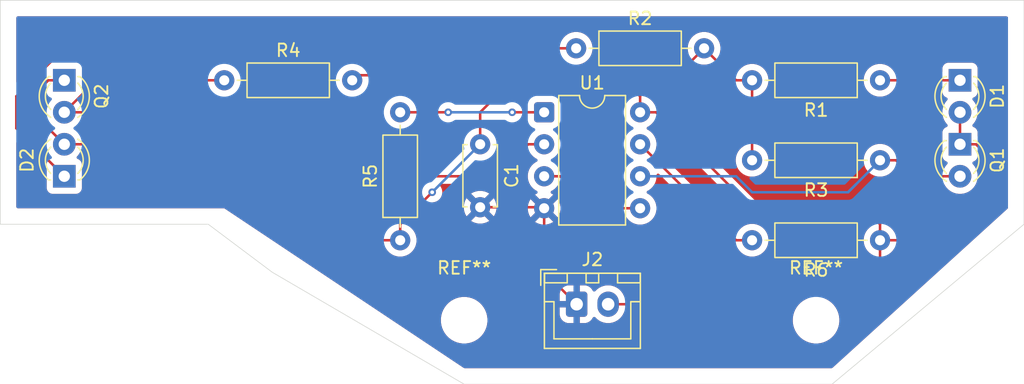
<source format=kicad_pcb>
(kicad_pcb (version 20241229) (generator "pcbnew") (generator_version "9.0")
  (layers (0 "F.Cu" signal) (2 "B.Cu" signal) (13 "F.Paste" user) (15 "B.Paste" user) (5 "F.SilkS" user "F.Silkscreen") (7 "B.SilkS" user "B.Silkscreen") (1 "F.Mask" user) (3 "B.Mask" user) (25 "Edge.Cuts" user))
  (net 0 "")
  (net 1 "VCC")
  (net 2 "GND")
  (net 3 "Net-(D1-K)")
  (net 4 "Net-(D2-K)")
  (net 5 "Net-(Q1-E)")
  (net 6 "Net-(Q2-E)")
  (net 7 "Net-(R1-Pad2)")
  (net 8 "Net-(J2-Pin_5)")
  (net 9 "Net-(J2-Pin_4)")
  (net 10 "Net-(J2-Pin_3)")
  (footprint "Resistor_THT:R_Axial_DIN0207_L6.3mm_D2.5mm_P10.16mm_Horizontal" (layer "F.Cu") (at 139.7 60.96 90)
    (property "Reference" "R5" (at 5.08 -2.37 90) (layer "F.SilkS"))
    (property "Value" "R")
    (fp_line (start 9.12 0) (end 8.35 0) (stroke (width 0.12)) (layer "F.SilkS"))
    (fp_line (start 1.04 0) (end 1.81 0) (stroke (width 0.12)) (layer "F.SilkS"))
    (fp_rect (start 1.81 -1.37) (end 8.35 1.37) (stroke (width 0.12)) (fill no) (layer "F.SilkS"))
    (pad "1" thru_hole circle (at 0 0 90) (size 1.6 1.6) (drill 0.8) (layers "*.Cu" "*.Mask") (net 1 "VCC"))
    (pad "2" thru_hole circle (at 10.16 0 90) (size 1.6 1.6) (drill 0.8) (layers "*.Cu" "*.Mask") (net 8 "Net-(J2-Pin_5)"))
  )
  (footprint "Connector_JST:JST_XH_B2B-XH-A_1x02_P2.50mm_Vertical" (layer "F.Cu") (at 153.71 66.04)
    (property "Reference" "J2" (at 1.25 -3.55 0) (layer "F.SilkS"))
    (property "Value" "Conn_01x05_Socket")
    (fp_line (start -2.85 -2.75) (end -2.85 -1.5) (stroke (width 0.12)) (layer "F.SilkS"))
    (fp_line (start -2.56 -2.46) (end -2.56 3.51) (stroke (width 0.12)) (layer "F.SilkS"))
    (fp_line (start -2.56 3.51) (end 5.06 3.51) (stroke (width 0.12)) (layer "F.SilkS"))
    (fp_line (start -2.55 -2.45) (end -2.55 -1.7) (stroke (width 0.12)) (layer "F.SilkS"))
    (fp_line (start -2.55 -1.7) (end -0.75 -1.7) (stroke (width 0.12)) (layer "F.SilkS"))
    (fp_line (start -2.55 -0.2) (end -1.8 -0.2) (stroke (width 0.12)) (layer "F.SilkS"))
    (fp_line (start -1.8 -0.2) (end -1.8 2.75) (stroke (width 0.12)) (layer "F.SilkS"))
    (fp_line (start -1.8 2.75) (end 1.25 2.75) (stroke (width 0.12)) (layer "F.SilkS"))
    (fp_line (start -1.6 -2.75) (end -2.85 -2.75) (stroke (width 0.12)) (layer "F.SilkS"))
    (fp_line (start -0.75 -2.45) (end -2.55 -2.45) (stroke (width 0.12)) (layer "F.SilkS"))
    (fp_line (start -0.75 -1.7) (end -0.75 -2.45) (stroke (width 0.12)) (layer "F.SilkS"))
    (fp_line (start 0.75 -2.45) (end 0.75 -1.7) (stroke (width 0.12)) (layer "F.SilkS"))
    (fp_line (start 0.75 -1.7) (end 1.75 -1.7) (stroke (width 0.12)) (layer "F.SilkS"))
    (fp_line (start 1.75 -2.45) (end 0.75 -2.45) (stroke (width 0.12)) (layer "F.SilkS"))
    (fp_line (start 1.75 -1.7) (end 1.75 -2.45) (stroke (width 0.12)) (layer "F.SilkS"))
    (fp_line (start 3.25 -2.45) (end 3.25 -1.7) (stroke (width 0.12)) (layer "F.SilkS"))
    (fp_line (start 3.25 -1.7) (end 5.05 -1.7) (stroke (width 0.12)) (layer "F.SilkS"))
    (fp_line (start 4.3 -0.2) (end 4.3 2.75) (stroke (width 0.12)) (layer "F.SilkS"))
    (fp_line (start 4.3 2.75) (end 1.25 2.75) (stroke (width 0.12)) (layer "F.SilkS"))
    (fp_line (start 5.05 -2.45) (end 3.25 -2.45) (stroke (width 0.12)) (layer "F.SilkS"))
    (fp_line (start 5.05 -1.7) (end 5.05 -2.45) (stroke (width 0.12)) (layer "F.SilkS"))
    (fp_line (start 5.05 -0.2) (end 4.3 -0.2) (stroke (width 0.12)) (layer "F.SilkS"))
    (fp_line (start 5.06 -2.46) (end -2.56 -2.46) (stroke (width 0.12)) (layer "F.SilkS"))
    (fp_line (start 5.06 3.51) (end 5.06 -2.46) (stroke (width 0.12)) (layer "F.SilkS"))
    (pad "1" thru_hole roundrect (at 0 0) (size 1.7 2) (drill 1) (layers "*.Cu" "*.Mask") (roundrect_rratio 0.147059) (net 2 "GND"))
    (pad "2" thru_hole oval (at 2.5 0) (size 1.7 2) (drill 1) (layers "*.Cu" "*.Mask") (net 1 "VCC"))
  )
  (footprint "LED_THT:LED_D3.0mm" (layer "F.Cu") (at 184.15 48.26 -90)
    (property "Reference" "D1" (at 1.27 -2.96 90) (layer "F.SilkS"))
    (property "Value" "LED")
    (fp_line (start -0.29 1.08) (end -0.29 1.236) (stroke (width 0.12)) (layer "F.SilkS"))
    (fp_line (start -0.29 -1.236) (end -0.29 -1.08) (stroke (width 0.12)) (layer "F.SilkS"))
    (fp_arc (start 2.310961 1.08) (mid 1.27 1.5) (end 0.229039 1.08) (stroke (width 0.12)) (layer "F.SilkS"))
    (fp_arc (start 2.941437 1.08) (mid 1.36566 1.987699) (end -0.29 1.235516) (stroke (width 0.12)) (layer "F.SilkS"))
    (fp_arc (start 0.229039 -1.08) (mid 1.27 -1.5) (end 2.310961 -1.08) (stroke (width 0.12)) (layer "F.SilkS"))
    (fp_arc (start -0.29 -1.235516) (mid 1.36566 -1.987699) (end 2.941437 -1.08) (stroke (width 0.12)) (layer "F.SilkS"))
    (pad "1" thru_hole rect (at 0 0 270) (size 1.8 1.8) (drill 0.9) (layers "*.Cu" "*.Mask") (net 3 "Net-(D1-K)"))
    (pad "2" thru_hole circle (at 2.54 0 270) (size 1.8 1.8) (drill 0.9) (layers "*.Cu" "*.Mask") (net 1 "VCC"))
  )
  (footprint "MountingHole:MountingHole_3.2mm_M3" (layer "F.Cu") (at 144.78 67.31)
    (property "Reference" "REF**" (at 0 -4.15 0) (layer "F.SilkS"))
    (property "Value" "MountingHole_3.2mm_M3")
    (pad "" np_thru_hole circle (at 0 0) (size 3.2 3.2) (drill 3.2) (layers "*.Cu" "*.Mask"))
  )
  (footprint "Resistor_THT:R_Axial_DIN0207_L6.3mm_D2.5mm_P10.16mm_Horizontal" (layer "F.Cu") (at 177.8 48.26 180)
    (property "Reference" "R1" (at 5.08 -2.37 0) (layer "F.SilkS"))
    (property "Value" "R")
    (fp_line (start 9.12 0) (end 8.35 0) (stroke (width 0.12)) (layer "F.SilkS"))
    (fp_line (start 1.04 0) (end 1.81 0) (stroke (width 0.12)) (layer "F.SilkS"))
    (fp_rect (start 1.81 -1.37) (end 8.35 1.37) (stroke (width 0.12)) (fill no) (layer "F.SilkS"))
    (pad "1" thru_hole circle (at 0 0 180) (size 1.6 1.6) (drill 0.8) (layers "*.Cu" "*.Mask") (net 3 "Net-(D1-K)"))
    (pad "2" thru_hole circle (at 10.16 0 180) (size 1.6 1.6) (drill 0.8) (layers "*.Cu" "*.Mask") (net 7 "Net-(R1-Pad2)"))
  )
  (footprint "Resistor_THT:R_Axial_DIN0207_L6.3mm_D2.5mm_P10.16mm_Horizontal" (layer "F.Cu") (at 177.8 60.96 180)
    (property "Reference" "R6" (at 5.08 -2.37 0) (layer "F.SilkS"))
    (property "Value" "R")
    (fp_line (start 9.12 0) (end 8.35 0) (stroke (width 0.12)) (layer "F.SilkS"))
    (fp_line (start 1.04 0) (end 1.81 0) (stroke (width 0.12)) (layer "F.SilkS"))
    (fp_rect (start 1.81 -1.37) (end 8.35 1.37) (stroke (width 0.12)) (fill no) (layer "F.SilkS"))
    (pad "1" thru_hole circle (at 0 0 180) (size 1.6 1.6) (drill 0.8) (layers "*.Cu" "*.Mask") (net 1 "VCC"))
    (pad "2" thru_hole circle (at 10.16 0 180) (size 1.6 1.6) (drill 0.8) (layers "*.Cu" "*.Mask") (net 9 "Net-(J2-Pin_4)"))
  )
  (footprint "LED_THT:LED_D3.0mm" (layer "F.Cu") (at 113.03 55.88 90)
    (property "Reference" "D2" (at 1.27 -2.96 90) (layer "F.SilkS"))
    (property "Value" "LED")
    (fp_line (start -0.29 -1.236) (end -0.29 -1.08) (stroke (width 0.12)) (layer "F.SilkS"))
    (fp_line (start -0.29 1.08) (end -0.29 1.236) (stroke (width 0.12)) (layer "F.SilkS"))
    (fp_arc (start -0.29 -1.235516) (mid 1.36566 -1.987699) (end 2.941437 -1.08) (stroke (width 0.12)) (layer "F.SilkS"))
    (fp_arc (start 0.229039 -1.08) (mid 1.27 -1.5) (end 2.310961 -1.08) (stroke (width 0.12)) (layer "F.SilkS"))
    (fp_arc (start 2.941437 1.08) (mid 1.36566 1.987699) (end -0.29 1.235516) (stroke (width 0.12)) (layer "F.SilkS"))
    (fp_arc (start 2.310961 1.08) (mid 1.27 1.5) (end 0.229039 1.08) (stroke (width 0.12)) (layer "F.SilkS"))
    (pad "1" thru_hole rect (at 0 0 90) (size 1.8 1.8) (drill 0.9) (layers "*.Cu" "*.Mask") (net 4 "Net-(D2-K)"))
    (pad "2" thru_hole circle (at 2.54 0 90) (size 1.8 1.8) (drill 0.9) (layers "*.Cu" "*.Mask") (net 1 "VCC"))
  )
  (footprint "Resistor_THT:R_Axial_DIN0207_L6.3mm_D2.5mm_P10.16mm_Horizontal" (layer "F.Cu") (at 125.73 48.26)
    (property "Reference" "R4" (at 5.08 -2.37 0) (layer "F.SilkS"))
    (property "Value" "R")
    (fp_line (start 1.04 0) (end 1.81 0) (stroke (width 0.12)) (layer "F.SilkS"))
    (fp_line (start 9.12 0) (end 8.35 0) (stroke (width 0.12)) (layer "F.SilkS"))
    (fp_rect (start 1.81 -1.37) (end 8.35 1.37) (stroke (width 0.12)) (fill no) (layer "F.SilkS"))
    (pad "1" thru_hole circle (at 0 0) (size 1.6 1.6) (drill 0.8) (layers "*.Cu" "*.Mask") (net 6 "Net-(Q2-E)"))
    (pad "2" thru_hole circle (at 10.16 0) (size 1.6 1.6) (drill 0.8) (layers "*.Cu" "*.Mask") (net 7 "Net-(R1-Pad2)"))
  )
  (footprint "Capacitor_THT:C_Disc_D4.7mm_W2.5mm_P5.00mm" (layer "F.Cu") (at 146.05 53.34 -90)
    (property "Reference" "C1" (at 2.5 -2.5 90) (layer "F.SilkS"))
    (property "Value" "C")
    (fp_line (start 0.03 1.37) (end 0.03 1.04) (stroke (width 0.12)) (layer "F.SilkS"))
    (fp_line (start 4.97 1.37) (end 0.03 1.37) (stroke (width 0.12)) (layer "F.SilkS"))
    (fp_line (start 4.97 1.04) (end 4.97 1.37) (stroke (width 0.12)) (layer "F.SilkS"))
    (fp_line (start 0.03 -1.04) (end 0.03 -1.37) (stroke (width 0.12)) (layer "F.SilkS"))
    (fp_line (start 0.03 -1.37) (end 4.97 -1.37) (stroke (width 0.12)) (layer "F.SilkS"))
    (fp_line (start 4.97 -1.37) (end 4.97 -1.04) (stroke (width 0.12)) (layer "F.SilkS"))
    (pad "1" thru_hole circle (at 0 0 270) (size 1.6 1.6) (drill 0.8) (layers "*.Cu" "*.Mask") (net 1 "VCC"))
    (pad "2" thru_hole circle (at 5 0 270) (size 1.6 1.6) (drill 0.8) (layers "*.Cu" "*.Mask") (net 2 "GND"))
  )
  (footprint "Resistor_THT:R_Axial_DIN0207_L6.3mm_D2.5mm_P10.16mm_Horizontal" (layer "F.Cu") (at 177.8 54.61 180)
    (property "Reference" "R3" (at 5.08 -2.37 0) (layer "F.SilkS"))
    (property "Value" "R")
    (fp_line (start 9.12 0) (end 8.35 0) (stroke (width 0.12)) (layer "F.SilkS"))
    (fp_line (start 1.04 0) (end 1.81 0) (stroke (width 0.12)) (layer "F.SilkS"))
    (fp_rect (start 1.81 -1.37) (end 8.35 1.37) (stroke (width 0.12)) (fill no) (layer "F.SilkS"))
    (pad "1" thru_hole circle (at 0 0 180) (size 1.6 1.6) (drill 0.8) (layers "*.Cu" "*.Mask") (net 5 "Net-(Q1-E)"))
    (pad "2" thru_hole circle (at 10.16 0 180) (size 1.6 1.6) (drill 0.8) (layers "*.Cu" "*.Mask") (net 7 "Net-(R1-Pad2)"))
  )
  (footprint "LED_THT:LED_D3.0mm" (layer "F.Cu") (at 113.03 48.26 -90)
    (property "Reference" "Q2" (at 1.27 -2.96 90) (layer "F.SilkS"))
    (property "Value" "Q_Photo_NPN")
    (fp_line (start -0.29 1.08) (end -0.29 1.236) (stroke (width 0.12)) (layer "F.SilkS"))
    (fp_line (start -0.29 -1.236) (end -0.29 -1.08) (stroke (width 0.12)) (layer "F.SilkS"))
    (fp_arc (start 2.310961 1.08) (mid 1.27 1.5) (end 0.229039 1.08) (stroke (width 0.12)) (layer "F.SilkS"))
    (fp_arc (start 2.941437 1.08) (mid 1.36566 1.987699) (end -0.29 1.235516) (stroke (width 0.12)) (layer "F.SilkS"))
    (fp_arc (start 0.229039 -1.08) (mid 1.27 -1.5) (end 2.310961 -1.08) (stroke (width 0.12)) (layer "F.SilkS"))
    (fp_arc (start -0.29 -1.235516) (mid 1.36566 -1.987699) (end 2.941437 -1.08) (stroke (width 0.12)) (layer "F.SilkS"))
    (pad "1" thru_hole rect (at 0 0 270) (size 1.8 1.8) (drill 0.9) (layers "*.Cu" "*.Mask") (net 1 "VCC"))
    (pad "2" thru_hole circle (at 2.54 0 270) (size 1.8 1.8) (drill 0.9) (layers "*.Cu" "*.Mask") (net 6 "Net-(Q2-E)"))
  )
  (footprint "Package_DIP:DIP-8_W7.62mm" (layer "F.Cu") (at 151.13 50.8)
    (property "Reference" "U1" (at 3.81 -2.33 0) (layer "F.SilkS"))
    (property "Value" "LM393")
    (fp_line (start 1.16 -1.33) (end 1.16 8.95) (stroke (width 0.12)) (layer "F.SilkS"))
    (fp_line (start 1.16 8.95) (end 6.46 8.95) (stroke (width 0.12)) (layer "F.SilkS"))
    (fp_line (start 2.81 -1.33) (end 1.16 -1.33) (stroke (width 0.12)) (layer "F.SilkS"))
    (fp_line (start 6.46 -1.33) (end 4.81 -1.33) (stroke (width 0.12)) (layer "F.SilkS"))
    (fp_line (start 6.46 8.95) (end 6.46 -1.33) (stroke (width 0.12)) (layer "F.SilkS"))
    (fp_arc (start 4.81 -1.33) (mid 3.81 -0.33) (end 2.81 -1.33) (stroke (width 0.12)) (layer "F.SilkS"))
    (pad "1" thru_hole roundrect (at 0 0) (size 1.6 1.6) (drill 0.8) (layers "*.Cu" "*.Mask") (roundrect_rratio 0.15625) (net 8 "Net-(J2-Pin_5)"))
    (pad "2" thru_hole circle (at 0 2.54) (size 1.6 1.6) (drill 0.8) (layers "*.Cu" "*.Mask") (net 6 "Net-(Q2-E)"))
    (pad "3" thru_hole circle (at 0 5.08) (size 1.6 1.6) (drill 0.8) (layers "*.Cu" "*.Mask") (net 10 "Net-(J2-Pin_3)"))
    (pad "4" thru_hole circle (at 0 7.62) (size 1.6 1.6) (drill 0.8) (layers "*.Cu" "*.Mask") (net 2 "GND"))
    (pad "5" thru_hole circle (at 7.62 7.62) (size 1.6 1.6) (drill 0.8) (layers "*.Cu" "*.Mask") (net 10 "Net-(J2-Pin_3)"))
    (pad "6" thru_hole circle (at 7.62 5.08) (size 1.6 1.6) (drill 0.8) (layers "*.Cu" "*.Mask") (net 5 "Net-(Q1-E)"))
    (pad "7" thru_hole circle (at 7.62 2.54) (size 1.6 1.6) (drill 0.8) (layers "*.Cu" "*.Mask") (net 9 "Net-(J2-Pin_4)"))
    (pad "8" thru_hole circle (at 7.62 0) (size 1.6 1.6) (drill 0.8) (layers "*.Cu" "*.Mask") (net 1 "VCC"))
  )
  (footprint "Resistor_THT:R_Axial_DIN0207_L6.3mm_D2.5mm_P10.16mm_Horizontal" (layer "F.Cu") (at 153.67 45.72)
    (property "Reference" "R2" (at 5.08 -2.37 0) (layer "F.SilkS"))
    (property "Value" "R")
    (fp_line (start 1.04 0) (end 1.81 0) (stroke (width 0.12)) (layer "F.SilkS"))
    (fp_line (start 9.12 0) (end 8.35 0) (stroke (width 0.12)) (layer "F.SilkS"))
    (fp_rect (start 1.81 -1.37) (end 8.35 1.37) (stroke (width 0.12)) (fill no) (layer "F.SilkS"))
    (pad "1" thru_hole circle (at 0 0) (size 1.6 1.6) (drill 0.8) (layers "*.Cu" "*.Mask") (net 4 "Net-(D2-K)"))
    (pad "2" thru_hole circle (at 10.16 0) (size 1.6 1.6) (drill 0.8) (layers "*.Cu" "*.Mask") (net 7 "Net-(R1-Pad2)"))
  )
  (footprint "MountingHole:MountingHole_3.2mm_M3" (layer "F.Cu") (at 172.72 67.31)
    (property "Reference" "REF**" (at 0 -4.15 0) (layer "F.SilkS"))
    (property "Value" "MountingHole_3.2mm_M3")
    (pad "" np_thru_hole circle (at 0 0) (size 3.2 3.2) (drill 3.2) (layers "*.Cu" "*.Mask"))
  )
  (footprint "LED_THT:LED_D3.0mm" (layer "F.Cu") (at 184.15 53.34 -90)
    (property "Reference" "Q1" (at 1.27 -2.96 90) (layer "F.SilkS"))
    (property "Value" "Q_Photo_NPN")
    (fp_line (start -0.29 1.08) (end -0.29 1.236) (stroke (width 0.12)) (layer "F.SilkS"))
    (fp_line (start -0.29 -1.236) (end -0.29 -1.08) (stroke (width 0.12)) (layer "F.SilkS"))
    (fp_arc (start 2.310961 1.08) (mid 1.27 1.5) (end 0.229039 1.08) (stroke (width 0.12)) (layer "F.SilkS"))
    (fp_arc (start 2.941437 1.08) (mid 1.36566 1.987699) (end -0.29 1.235516) (stroke (width 0.12)) (layer "F.SilkS"))
    (fp_arc (start 0.229039 -1.08) (mid 1.27 -1.5) (end 2.310961 -1.08) (stroke (width 0.12)) (layer "F.SilkS"))
    (fp_arc (start -0.29 -1.235516) (mid 1.36566 -1.987699) (end 2.941437 -1.08) (stroke (width 0.12)) (layer "F.SilkS"))
    (pad "1" thru_hole rect (at 0 0 270) (size 1.8 1.8) (drill 0.9) (layers "*.Cu" "*.Mask") (net 1 "VCC"))
    (pad "2" thru_hole circle (at 2.54 0 270) (size 1.8 1.8) (drill 0.9) (layers "*.Cu" "*.Mask") (net 5 "Net-(Q1-E)"))
  )
  (gr_poly (pts (xy 107.95 41.91) (xy 189.23 41.91) (xy 189.23 59.69) (xy 173.99 72.39) (xy 144.78 72.39) (xy 129.54 63.5) (xy 124.46 59.69) (xy 107.95 59.69)) (stroke (width 0.05)) (fill no) (layer "Edge.Cuts"))
  (segment (start 124.46 53.34) (end 113.03 53.34) (width 0.2) (layer "F.Cu") (net 1))
  (segment (start 139.7 60.96) (end 139.7 59.69) (width 0.2) (layer "F.Cu") (net 1))
  (segment (start 177.8 63.5) (end 177.8 60.96) (width 0.2) (layer "F.Cu") (net 1))
  (segment (start 160.02 50.8) (end 167.64 58.42) (width 0.2) (layer "F.Cu") (net 1))
  (segment (start 177.8 59.69) (end 177.8 60.96) (width 0.2) (layer "F.Cu") (net 1))
  (segment (start 186.69 57.15) (end 182.88 60.96) (width 0.2) (layer "F.Cu") (net 1))
  (segment (start 167.64 58.42) (end 176.53 58.42) (width 0.2) (layer "F.Cu") (net 1))
  (segment (start 113.03 53.34) (end 110.49 50.8) (width 0.2) (layer "F.Cu") (net 1))
  (segment (start 158.75 50.8) (end 160.02 50.8) (width 0.2) (layer "F.Cu") (net 1))
  (segment (start 182.88 60.96) (end 177.8 60.96) (width 0.2) (layer "F.Cu") (net 1))
  (segment (start 176.53 64.77) (end 177.8 63.5) (width 0.2) (layer "F.Cu") (net 1))
  (segment (start 185.42 53.34) (end 186.69 54.61) (width 0.2) (layer "F.Cu") (net 1))
  (segment (start 146.05 50.8) (end 148.59 48.26) (width 0.2) (layer "F.Cu") (net 1))
  (segment (start 160.02 66.04) (end 161.29 64.77) (width 0.2) (layer "F.Cu") (net 1))
  (segment (start 176.53 58.42) (end 177.8 59.69) (width 0.2) (layer "F.Cu") (net 1))
  (segment (start 139.7 59.69) (end 142.24 57.15) (width 0.2) (layer "F.Cu") (net 1))
  (segment (start 158.75 49.53) (end 158.75 50.8) (width 0.2) (layer "F.Cu") (net 1))
  (segment (start 184.15 50.8) (end 184.15 53.34) (width 0.2) (layer "F.Cu") (net 1))
  (segment (start 148.59 48.26) (end 157.48 48.26) (width 0.2) (layer "F.Cu") (net 1))
  (segment (start 111.76 48.26) (end 113.03 48.26) (width 0.2) (layer "F.Cu") (net 1))
  (segment (start 110.49 50.8) (end 110.49 49.53) (width 0.2) (layer "F.Cu") (net 1))
  (segment (start 137.16 60.96) (end 135.89 59.69) (width 0.2) (layer "F.Cu") (net 1))
  (segment (start 146.05 53.34) (end 146.05 50.8) (width 0.2) (layer "F.Cu") (net 1))
  (segment (start 110.49 49.53) (end 111.76 48.26) (width 0.2) (layer "F.Cu") (net 1))
  (segment (start 130.81 59.69) (end 124.46 53.34) (width 0.2) (layer "F.Cu") (net 1))
  (segment (start 158.75 49.53) (end 157.48 48.26) (width 0.2) (layer "F.Cu") (net 1))
  (segment (start 184.15 53.34) (end 185.42 53.34) (width 0.2) (layer "F.Cu") (net 1))
  (segment (start 161.29 64.77) (end 176.53 64.77) (width 0.2) (layer "F.Cu") (net 1))
  (segment (start 139.7 60.96) (end 137.16 60.96) (width 0.2) (layer "F.Cu") (net 1))
  (segment (start 135.89 59.69) (end 130.81 59.69) (width 0.2) (layer "F.Cu") (net 1))
  (segment (start 156.21 66.04) (end 160.02 66.04) (width 0.2) (layer "F.Cu") (net 1))
  (segment (start 186.69 54.61) (end 186.69 57.15) (width 0.2) (layer "F.Cu") (net 1))
  (via (at 142.24 57.15) (size 0.6) (drill 0.3) (layers "F.Cu" "B.Cu") (net 1))
  (segment (start 142.24 57.15) (end 146.05 53.34) (width 0.2) (layer "B.Cu") (net 1))
  (segment (start 146.05 58.34) (end 151.05 58.34) (width 0.2) (layer "F.Cu") (net 2))
  (segment (start 151.13 63.5) (end 151.13 58.42) (width 0.2) (layer "F.Cu") (net 2))
  (segment (start 151.05 58.34) (end 151.13 58.42) (width 0.2) (layer "F.Cu") (net 2))
  (segment (start 153.71 66.04) (end 151.17 63.5) (width 0.2) (layer "F.Cu") (net 2))
  (segment (start 151.17 63.5) (end 151.13 63.5) (width 0.2) (layer "F.Cu") (net 2))
  (segment (start 184.15 48.26) (end 177.8 48.26) (width 0.2) (layer "F.Cu") (net 3))
  (segment (start 153.67 45.72) (end 113.03 45.72) (width 0.2) (layer "F.Cu") (net 4))
  (segment (start 109.22 52.07) (end 113.03 55.88) (width 0.2) (layer "F.Cu") (net 4))
  (segment (start 109.22 49.53) (end 109.22 52.07) (width 0.2) (layer "F.Cu") (net 4))
  (segment (start 113.03 45.72) (end 109.22 49.53) (width 0.2) (layer "F.Cu") (net 4))
  (segment (start 177.8 54.61) (end 179.07 54.61) (width 0.2) (layer "F.Cu") (net 5))
  (segment (start 179.07 54.61) (end 180.34 55.88) (width 0.2) (layer "F.Cu") (net 5))
  (segment (start 180.34 55.88) (end 184.15 55.88) (width 0.2) (layer "F.Cu") (net 5))
  (segment (start 166.37 55.88) (end 158.75 55.88) (width 0.2) (layer "B.Cu") (net 5))
  (segment (start 175.26 57.15) (end 177.8 54.61) (width 0.2) (layer "B.Cu") (net 5))
  (segment (start 175.26 57.15) (end 167.64 57.15) (width 0.2) (layer "B.Cu") (net 5))
  (segment (start 167.64 57.15) (end 166.37 55.88) (width 0.2) (layer "B.Cu") (net 5))
  (segment (start 175.26 57.15) (end 175.895 56.515) (width 0.2) (layer "B.Cu") (net 5))
  (segment (start 147.32 55.88) (end 149.86 53.34) (width 0.2) (layer "F.Cu") (net 6))
  (segment (start 123.19 50.8) (end 128.27 55.88) (width 0.2) (layer "F.Cu") (net 6))
  (segment (start 113.03 50.8) (end 123.19 50.8) (width 0.2) (layer "F.Cu") (net 6))
  (segment (start 125.73 48.26) (end 115.57 48.26) (width 0.2) (layer "F.Cu") (net 6))
  (segment (start 128.27 55.88) (end 147.32 55.88) (width 0.2) (layer "F.Cu") (net 6))
  (segment (start 149.86 53.34) (end 151.13 53.34) (width 0.2) (layer "F.Cu") (net 6))
  (segment (start 115.57 48.26) (end 113.03 50.8) (width 0.2) (layer "F.Cu") (net 6))
  (segment (start 136.291 47.859) (end 161.691 47.859) (width 0.2) (layer "F.Cu") (net 7))
  (segment (start 135.89 48.26) (end 136.291 47.859) (width 0.2) (layer "F.Cu") (net 7))
  (segment (start 166.37 48.26) (end 163.83 45.72) (width 0.2) (layer "F.Cu") (net 7))
  (segment (start 161.691 47.859) (end 163.83 45.72) (width 0.2) (layer "F.Cu") (net 7))
  (segment (start 167.64 54.61) (end 167.64 48.26) (width 0.2) (layer "F.Cu") (net 7))
  (segment (start 167.64 48.26) (end 166.37 48.26) (width 0.2) (layer "F.Cu") (net 7))
  (segment (start 143.51 50.8) (end 139.7 50.8) (width 0.2) (layer "F.Cu") (net 8))
  (segment (start 148.59 50.8) (end 151.13 50.8) (width 0.2) (layer "F.Cu") (net 8))
  (via (at 148.59 50.8) (size 0.6) (drill 0.3) (layers "F.Cu" "B.Cu") (net 8))
  (via (at 143.51 50.8) (size 0.6) (drill 0.3) (layers "F.Cu" "B.Cu") (net 8))
  (segment (start 148.59 50.8) (end 143.51 50.8) (width 0.2) (layer "B.Cu") (net 8))
  (segment (start 167.64 60.96) (end 166.37 60.96) (width 0.2) (layer "F.Cu") (net 9))
  (segment (start 166.37 60.96) (end 158.75 53.34) (width 0.2) (layer "F.Cu") (net 9))
  (segment (start 152.4 55.88) (end 151.13 55.88) (width 0.2) (layer "F.Cu") (net 10))
  (segment (start 154.94 58.42) (end 152.4 55.88) (width 0.2) (layer "F.Cu") (net 10))
  (segment (start 158.75 58.42) (end 154.94 58.42) (width 0.2) (layer "F.Cu") (net 10))
  (zone (net 2) (net_name "GND") (layer "F.Cu") (connect_pads (clearance 0.5)) (min_thickness 0.25) (fill yes (thermal_gap 0.5) (thermal_bridge_width 0.5))
    (polygon (pts (xy 109.22 43.18) (xy 109.22 58.42) (xy 125.73 58.42) (xy 144.78 71.12) (xy 173.99 71.12) (xy 187.96 58.42) (xy 187.96 43.18)))
  )
  (zone (net 2) (net_name "GND") (layer "B.Cu") (priority 1) (connect_pads (clearance 0.5)) (min_thickness 0.25) (fill yes (thermal_gap 0.5) (thermal_bridge_width 0.5))
    (polygon (pts (xy 109.22 43.18) (xy 109.22 58.42) (xy 125.73 58.42) (xy 144.78 71.12) (xy 173.99 71.12) (xy 187.96 58.42) (xy 187.96 43.18)))
  )
)
</source>
